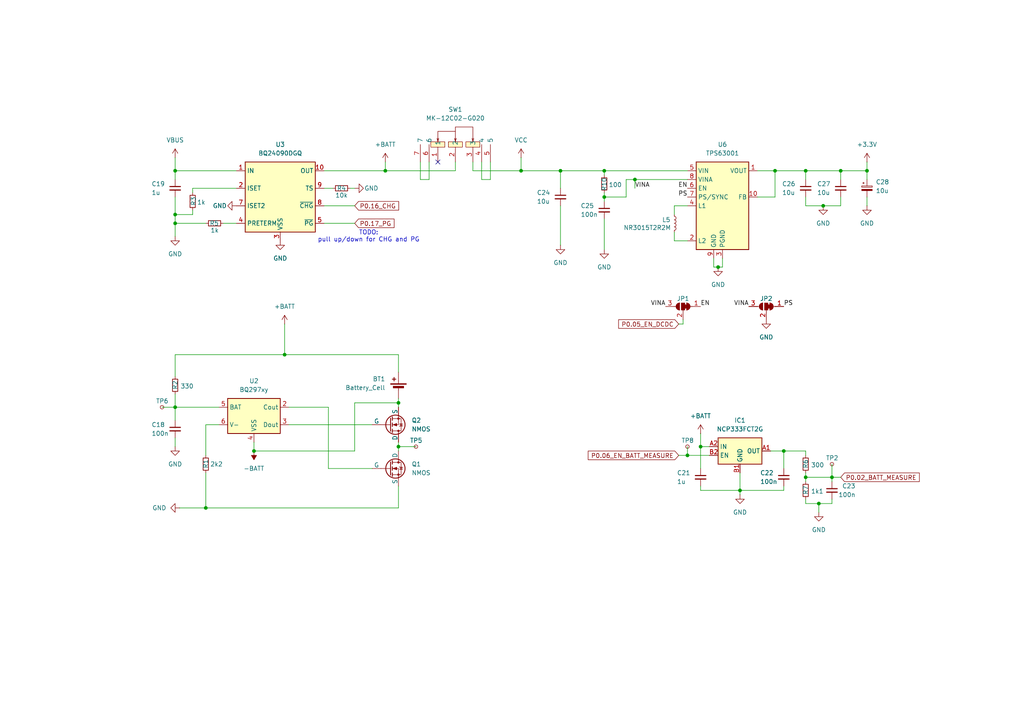
<source format=kicad_sch>
(kicad_sch (version 20231120) (generator "eeschema") (generator_version "8.0")
  (paper "A4")
  (lib_symbols
    (symbol "Battery_Management:BQ24090DGQ"
      (property "Reference" "U" (at -9.398 13.462 0))
      (property "Value" "BQ24090DGQ" (at -3.81 11.43 0))
      (symbol "BQ24090DGQ_0_1"
        (rectangle (start -10.16 10.16) (end 10.16 -10.16) (stroke (width 0.254)) (fill (type background)))
      )
      (symbol "BQ24090DGQ_1_1"
        (pin power_in line (at -12.7 7.62 0) (length 2.54) (name "IN") (number "1"))
        (pin power_out line (at 12.7 7.62 180) (length 2.54) (name "OUT") (number "10"))
        (pin passive line (at 0 -12.7 90) (length 2.54) hide (name "VSS") (number "11"))
        (pin passive line (at -12.7 2.54 0) (length 2.54) (name "ISET") (number "2"))
        (pin power_in line (at 0 -12.7 90) (length 2.54) (name "VSS") (number "3"))
        (pin passive line (at -12.7 -7.62 0) (length 2.54) (name "PRETERM") (number "4"))
        (pin open_collector line (at 12.7 -7.62 180) (length 2.54) (name "~{PG}") (number "5"))
        (pin no_connect line (at 5.08 -10.16 90) (length 2.54) hide (name "NC") (number "6"))
        (pin passive line (at -12.7 -2.54 0) (length 2.54) (name "ISET2") (number "7"))
        (pin open_collector line (at 12.7 -2.54 180) (length 2.54) (name "~{CHG}") (number "8"))
        (pin passive line (at 12.7 2.54 180) (length 2.54) (name "TS") (number "9"))
      )
    )
    (symbol "Battery_Management:BQ297xy"
      (property "Reference" "U" (at -6.35 6.35 0))
      (property "Value" "BQ297xy" (at 5.08 -6.35 0))
      (symbol "BQ297xy_0_1"
        (rectangle (start -7.62 5.08) (end 7.62 -5.08) (stroke (width 0.254)) (fill (type background)))
      )
      (symbol "BQ297xy_1_1"
        (pin no_connect line (at 7.62 0 180) (length 2.54) hide (name "NC") (number "1"))
        (pin output line (at 10.16 2.54 180) (length 2.54) (name "Cout") (number "2"))
        (pin output line (at 10.16 -2.54 180) (length 2.54) (name "Dout") (number "3"))
        (pin power_in line (at 0 -7.62 90) (length 2.54) (name "VSS") (number "4"))
        (pin input line (at -10.16 2.54 0) (length 2.54) (name "BAT") (number "5"))
        (pin input line (at -10.16 -2.54 0) (length 2.54) (name "V-") (number "6"))
      )
    )
    (symbol "Connector:TestPoint_Small" (pin_numbers hide) (pin_names (offset 0.762) hide)
      (property "Reference" "TP" (at 0 3.81 0))
      (property "Value" "TestPoint_Small" (at 0 2.032 0))
      (symbol "TestPoint_Small_0_1"
        (circle (center 0 0) (radius 0.508))
      )
      (symbol "TestPoint_Small_1_1"
        (pin passive line (at 0 0 90) (length 0) (name "1") (number "1"))
      )
    )
    (symbol "Device:Battery_Cell" (pin_numbers hide) (pin_names (offset 0) hide)
      (property "Reference" "BT" (at 2.54 2.54 0))
      (property "Value" "Battery_Cell" (at 2.54 0 0))
      (symbol "Battery_Cell_0_1"
        (rectangle (start -2.286 1.778) (end 2.286 1.524) (fill (type outline)))
        (rectangle (start -1.524 1.016) (end 1.524 0.508) (fill (type outline)))
        (polyline (pts (xy 0 0.762) (xy 0 0)))
        (polyline (pts (xy 0 1.778) (xy 0 2.54)))
        (polyline (pts (xy 0.762 3.048) (xy 1.778 3.048)) (stroke (width 0.254)))
        (polyline (pts (xy 1.27 3.556) (xy 1.27 2.54)) (stroke (width 0.254)))
      )
      (symbol "Battery_Cell_1_1"
        (pin passive line (at 0 5.08 270) (length 2.54) (name "+") (number "1"))
        (pin passive line (at 0 -2.54 90) (length 2.54) (name "-") (number "2"))
      )
    )
    (symbol "Device:C_Polarized_Small" (pin_numbers hide) (pin_names (offset 0.254) hide)
      (property "Reference" "C" (at 0.254 1.778 0))
      (property "Value" "C_Polarized_Small" (at 0.254 -2.032 0))
      (symbol "C_Polarized_Small_0_1"
        (rectangle (start -1.524 -0.3048) (end 1.524 -0.6858) (fill (type outline)))
        (rectangle (start -1.524 0.6858) (end 1.524 0.3048))
        (polyline (pts (xy -1.27 1.524) (xy -0.762 1.524)))
        (polyline (pts (xy -1.016 1.27) (xy -1.016 1.778)))
      )
      (symbol "C_Polarized_Small_1_1"
        (pin passive line (at 0 2.54 270) (length 1.8542) (name "~") (number "1"))
        (pin passive line (at 0 -2.54 90) (length 1.8542) (name "~") (number "2"))
      )
    )
    (symbol "Device:C_Small" (pin_numbers hide) (pin_names (offset 0.254) hide)
      (property "Reference" "C" (at 0.254 1.778 0))
      (property "Value" "C_Small" (at 0.254 -2.032 0))
      (symbol "C_Small_0_1"
        (polyline (pts (xy -1.524 -0.508) (xy 1.524 -0.508)) (stroke (width 0.3302)))
        (polyline (pts (xy -1.524 0.508) (xy 1.524 0.508)) (stroke (width 0.3048)))
      )
      (symbol "C_Small_1_1"
        (pin passive line (at 0 2.54 270) (length 2.032) (name "~") (number "1"))
        (pin passive line (at 0 -2.54 90) (length 2.032) (name "~") (number "2"))
      )
    )
    (symbol "Device:L_Small" (pin_numbers hide) (pin_names (offset 0.254) hide)
      (property "Reference" "L" (at 0.762 1.016 0))
      (property "Value" "L_Small" (at 0.762 -1.016 0))
      (symbol "L_Small_0_1"
        (arc (start 0 -2.032) (mid 0.5058 -1.524) (end 0 -1.016))
        (arc (start 0 -1.016) (mid 0.5058 -0.508) (end 0 0))
        (arc (start 0 0) (mid 0.5058 0.508) (end 0 1.016))
        (arc (start 0 1.016) (mid 0.5058 1.524) (end 0 2.032))
      )
      (symbol "L_Small_1_1"
        (pin passive line (at 0 2.54 270) (length 0.508) (name "~") (number "1"))
        (pin passive line (at 0 -2.54 90) (length 0.508) (name "~") (number "2"))
      )
    )
    (symbol "Device:R_Small" (pin_numbers hide) (pin_names (offset 0.254) hide)
      (property "Reference" "R" (at 0.762 0.508 0))
      (property "Value" "R_Small" (at 0.762 -1.016 0))
      (symbol "R_Small_0_1"
        (rectangle (start -0.762 1.778) (end 0.762 -1.778) (stroke (width 0.2032)))
      )
      (symbol "R_Small_1_1"
        (pin passive line (at 0 2.54 270) (length 0.762) (name "~") (number "1"))
        (pin passive line (at 0 -2.54 90) (length 0.762) (name "~") (number "2"))
      )
    )
    (symbol "G-Switch:MK-12C02-G020"
      (property "Reference" "SW" (at 0 0 0))
      (property "Value" "MK-12C02-G020" (at 0 -10.16 0))
      (symbol "MK-12C02-G020_0_1"
        (rectangle (start -7.11 0.76) (end -3.05 -0.76) (fill (type background)))
        (rectangle (start -2.03 0.76) (end 2.03 -0.76) (fill (type background)))
        (polyline (pts (xy -5.08 0.76) (xy -5.33 1.78)))
        (polyline (pts (xy 0 0.76) (xy -0.25 1.78)))
        (polyline (pts (xy 5.08 0.76) (xy 4.83 1.78)))
        (polyline (pts (xy 5.08 0.76) (xy 5.33 1.78)))
        (polyline (pts (xy 0 3.81) (xy -5.08 3.81) (xy -5.08 0.76) (xy -4.83 1.78)))
        (polyline (pts (xy 5.08 0.76) (xy 5.08 5.08) (xy 0 5.08) (xy 0 0.76) (xy 0.25 1.78)))
        (rectangle (start 3.05 0.76) (end 7.11 -0.76) (fill (type background)))
        (pin unspecified line (at -5.08 -5.08 90) (length 4.318) (name "1") (number "1"))
        (pin unspecified line (at 0 -5.08 90) (length 4.318) (name "2") (number "2"))
        (pin unspecified line (at 5.08 -5.08 90) (length 4.318) (name "3") (number "3"))
        (pin unspecified line (at 7.62 -5.08 90) (length 5.08) (name "4") (number "4"))
        (pin unspecified line (at 10.16 -5.08 90) (length 5.08) (name "5") (number "5"))
        (pin unspecified line (at -7.62 -5.08 90) (length 5.08) (name "6") (number "6"))
        (pin unspecified line (at -10.16 -5.08 90) (length 5.08) (name "7") (number "7"))
      )
    )
    (symbol "Jumper:SolderJumper_3_Bridged12" (pin_names (offset 0) hide) (exclude_from_sim yes) (in_bom no)
      (property "Reference" "JP" (at -2.54 -2.54 0))
      (property "Value" "SolderJumper_3_Bridged12" (at 0 2.794 0))
      (symbol "SolderJumper_3_Bridged12_0_1"
        (rectangle (start -1.016 0.508) (end -0.508 -0.508) (fill (type outline)))
        (arc (start -1.016 1.016) (mid -2.0276 0) (end -1.016 -1.016))
        (arc (start -1.016 1.016) (mid -2.0276 0) (end -1.016 -1.016) (fill (type outline)))
        (rectangle (start -0.508 1.016) (end 0.508 -1.016) (fill (type outline)))
        (polyline (pts (xy -2.54 0) (xy -2.032 0)))
        (polyline (pts (xy -1.016 1.016) (xy -1.016 -1.016)))
        (polyline (pts (xy 0 -1.27) (xy 0 -1.016)))
        (polyline (pts (xy 1.016 1.016) (xy 1.016 -1.016)))
        (polyline (pts (xy 2.54 0) (xy 2.032 0)))
        (arc (start 1.016 -1.016) (mid 2.0276 0) (end 1.016 1.016))
        (arc (start 1.016 -1.016) (mid 2.0276 0) (end 1.016 1.016) (fill (type outline)))
      )
      (symbol "SolderJumper_3_Bridged12_1_1"
        (pin passive line (at -5.08 0 0) (length 2.54) (name "A") (number "1"))
        (pin passive line (at 0 -3.81 90) (length 2.54) (name "C") (number "2"))
        (pin passive line (at 5.08 0 180) (length 2.54) (name "B") (number "3"))
      )
    )
    (symbol "NCP333FCT2G:NCP333FCT2G"
      (property "Reference" "IC" (at -5.08 8.89 0))
      (property "Value" "NCP333FCT2G" (at -5.08 6.35 0))
      (symbol "NCP333FCT2G_1_1"
        (rectangle (start -6.35 3.81) (end 6.35 -3.81) (stroke (width 0.254)) (fill (type background)))
        (pin power_out line (at 8.89 0 180) (length 2.54) (name "OUT") (number "A1"))
        (pin power_in line (at -8.89 1.27 0) (length 2.54) (name "IN") (number "A2"))
        (pin power_in line (at 0 -6.35 90) (length 2.54) (name "GND") (number "B1"))
        (pin input line (at -8.89 -1.27 0) (length 2.54) (name "EN") (number "B2"))
      )
    )
    (symbol "Regulator_Switching:TPS63001"
      (property "Reference" "U" (at -7.62 13.97 0))
      (property "Value" "TPS63001" (at 5.08 13.97 0))
      (symbol "TPS63001_0_1"
        (rectangle (start -7.62 12.7) (end 7.62 -12.7) (stroke (width 0.254)) (fill (type background)))
      )
      (symbol "TPS63001_1_1"
        (pin power_out line (at 10.16 10.16 180) (length 2.54) (name "VOUT") (number "1"))
        (pin input line (at 10.16 2.54 180) (length 2.54) (name "FB") (number "10"))
        (pin passive line (at 0 -15.24 90) (length 2.54) hide (name "PGND") (number "11"))
        (pin input line (at -10.16 -10.16 0) (length 2.54) (name "L2") (number "2"))
        (pin power_in line (at 0 -15.24 90) (length 2.54) (name "PGND") (number "3"))
        (pin input line (at -10.16 0 0) (length 2.54) (name "L1") (number "4"))
        (pin power_in line (at -10.16 10.16 0) (length 2.54) (name "VIN") (number "5"))
        (pin input line (at -10.16 5.08 0) (length 2.54) (name "EN") (number "6"))
        (pin input line (at -10.16 2.54 0) (length 2.54) (name "PS/SYNC") (number "7"))
        (pin power_in line (at -10.16 7.62 0) (length 2.54) (name "VINA") (number "8"))
        (pin power_in line (at -2.54 -15.24 90) (length 2.54) (name "GND") (number "9"))
      )
    )
    (symbol "Simulation_SPICE:NMOS" (pin_numbers hide) (pin_names (offset 0))
      (property "Reference" "Q" (at 5.08 1.27 0))
      (property "Value" "NMOS" (at 5.08 -1.27 0))
      (symbol "NMOS_0_1"
        (polyline (pts (xy 0.254 0) (xy -2.54 0)))
        (polyline (pts (xy 0.254 1.905) (xy 0.254 -1.905)) (stroke (width 0.254)))
        (polyline (pts (xy 0.762 -1.27) (xy 0.762 -2.286)) (stroke (width 0.254)))
        (polyline (pts (xy 0.762 0.508) (xy 0.762 -0.508)) (stroke (width 0.254)))
        (polyline (pts (xy 0.762 2.286) (xy 0.762 1.27)) (stroke (width 0.254)))
        (polyline (pts (xy 2.54 2.54) (xy 2.54 1.778)))
        (polyline (pts (xy 2.54 -2.54) (xy 2.54 0) (xy 0.762 0)))
        (polyline (pts (xy 0.762 -1.778) (xy 3.302 -1.778) (xy 3.302 1.778) (xy 0.762 1.778)))
        (polyline (pts (xy 1.016 0) (xy 2.032 0.381) (xy 2.032 -0.381) (xy 1.016 0)) (fill (type outline)))
        (polyline (pts (xy 2.794 0.508) (xy 2.921 0.381) (xy 3.683 0.381) (xy 3.81 0.254)))
        (polyline (pts (xy 3.302 0.381) (xy 2.921 -0.254) (xy 3.683 -0.254) (xy 3.302 0.381)))
        (circle (center 1.651 0) (radius 2.794) (stroke (width 0.254)))
        (circle (center 2.54 -1.778) (radius 0.254) (fill (type outline)))
        (circle (center 2.54 1.778) (radius 0.254) (fill (type outline)))
      )
      (symbol "NMOS_1_1"
        (pin passive line (at 2.54 5.08 270) (length 2.54) (name "D") (number "1"))
        (pin input line (at -5.08 0 0) (length 2.54) (name "G") (number "2"))
        (pin passive line (at 2.54 -5.08 90) (length 2.54) (name "S") (number "3"))
      )
    )
    (symbol "power:+3.3V" (power) (pin_numbers hide) (pin_names (offset 0) hide)
      (property "Value" "+3.3V" (at 0 3.556 0))
      (symbol "+3.3V_0_1"
        (polyline (pts (xy -0.762 1.27) (xy 0 2.54)))
        (polyline (pts (xy 0 0) (xy 0 2.54)))
        (polyline (pts (xy 0 2.54) (xy 0.762 1.27)))
      )
      (symbol "+3.3V_1_1"
        (pin power_in line (at 0 0 90) (length 0) (name "~") (number "1"))
      )
    )
    (symbol "power:+BATT" (power) (pin_numbers hide) (pin_names (offset 0) hide)
      (property "Value" "+BATT" (at 0 3.556 0))
      (symbol "+BATT_0_1"
        (polyline (pts (xy -0.762 1.27) (xy 0 2.54)))
        (polyline (pts (xy 0 0) (xy 0 2.54)))
        (polyline (pts (xy 0 2.54) (xy 0.762 1.27)))
      )
      (symbol "+BATT_1_1"
        (pin power_in line (at 0 0 90) (length 0) (name "~") (number "1"))
      )
    )
    (symbol "power:-BATT" (power) (pin_numbers hide) (pin_names (offset 0) hide)
      (property "Value" "-BATT" (at 0 3.556 0))
      (symbol "-BATT_0_1"
        (polyline (pts (xy 0 0) (xy 0 2.54)))
        (polyline (pts (xy 0.762 1.27) (xy -0.762 1.27) (xy 0 2.54) (xy 0.762 1.27)) (fill (type outline)))
      )
      (symbol "-BATT_1_1"
        (pin power_in line (at 0 0 90) (length 0) (name "~") (number "1"))
      )
    )
    (symbol "power:GND" (power) (pin_numbers hide) (pin_names (offset 0) hide)
      (property "Value" "GND" (at 0 -3.81 0))
      (symbol "GND_0_1"
        (polyline (pts (xy 0 0) (xy 0 -1.27) (xy 1.27 -1.27) (xy 0 -2.54) (xy -1.27 -1.27) (xy 0 -1.27)))
      )
      (symbol "GND_1_1"
        (pin power_in line (at 0 0 270) (length 0) (name "~") (number "1"))
      )
    )
    (symbol "power:VBUS" (power) (pin_numbers hide) (pin_names (offset 0) hide)
      (property "Value" "VBUS" (at 0 3.556 0))
      (symbol "VBUS_0_1"
        (polyline (pts (xy -0.762 1.27) (xy 0 2.54)))
        (polyline (pts (xy 0 0) (xy 0 2.54)))
        (polyline (pts (xy 0 2.54) (xy 0.762 1.27)))
      )
      (symbol "VBUS_1_1"
        (pin power_in line (at 0 0 90) (length 0) (name "~") (number "1"))
      )
    )
    (symbol "power:VCC" (power) (pin_numbers hide) (pin_names (offset 0) hide)
      (property "Value" "VCC" (at 0 3.556 0))
      (symbol "VCC_0_1"
        (polyline (pts (xy -0.762 1.27) (xy 0 2.54)))
        (polyline (pts (xy 0 0) (xy 0 2.54)))
        (polyline (pts (xy 0 2.54) (xy 0.762 1.27)))
      )
      (symbol "VCC_1_1"
        (pin power_in line (at 0 0 90) (length 0) (name "~") (number "1"))
      )
    )
  )
  (junction (at 115.57 129.54))
  (junction (at 238.76 59.69))
  (junction (at 151.13 49.53))
  (junction (at 115.57 116.84))
  (junction (at 111.76 49.53))
  (junction (at 50.8 49.53))
  (junction (at 184.15 52.07))
  (junction (at 233.68 138.43))
  (junction (at 227.33 130.81))
  (junction (at 50.8 62.23))
  (junction (at 224.79 49.53))
  (junction (at 237.49 146.05))
  (junction (at 251.46 49.53))
  (junction (at 50.8 118.11))
  (junction (at 162.56 49.53))
  (junction (at 241.3 138.43))
  (junction (at 214.63 142.24))
  (junction (at 73.66 130.81))
  (junction (at 203.2 129.54))
  (junction (at 175.26 49.53))
  (junction (at 175.26 57.15))
  (junction (at 208.28 77.47))
  (junction (at 233.68 49.53))
  (junction (at 82.55 102.87))
  (junction (at 59.69 147.32))
  (junction (at 50.8 64.77))
  (junction (at 243.84 49.53))
  (junction (at 199.39 132.08))
  (no_connect (at 127 46.99))
  (wire (pts (xy 195.58 69.85) (xy 199.39 69.85)))
  (wire (pts (xy 233.68 137.16) (xy 233.68 138.43)))
  (wire (pts (xy 82.55 93.98) (xy 82.55 102.87)))
  (wire (pts (xy 102.87 116.84) (xy 115.57 116.84)))
  (wire (pts (xy 68.58 49.53) (xy 50.8 49.53)))
  (wire (pts (xy 241.3 139.7) (xy 241.3 138.43)))
  (wire (pts (xy 209.55 74.93) (xy 209.55 77.47)))
  (wire (pts (xy 196.85 132.08) (xy 199.39 132.08)))
  (wire (pts (xy 227.33 130.81) (xy 233.68 130.81)))
  (wire (pts (xy 203.2 140.97) (xy 203.2 142.24)))
  (wire (pts (xy 115.57 147.32) (xy 59.69 147.32)))
  (wire (pts (xy 115.57 128.27) (xy 115.57 129.54)))
  (wire (pts (xy 50.8 49.53) (xy 50.8 52.07)))
  (wire (pts (xy 227.33 130.81) (xy 227.33 135.89)))
  (wire (pts (xy 181.61 57.15) (xy 175.26 57.15)))
  (wire (pts (xy 50.8 118.11) (xy 50.8 121.92)))
  (wire (pts (xy 55.88 60.96) (xy 55.88 62.23)))
  (wire (pts (xy 115.57 129.54) (xy 120.65 129.54)))
  (wire (pts (xy 50.8 127) (xy 50.8 129.54)))
  (wire (pts (xy 63.5 123.19) (xy 59.69 123.19)))
  (wire (pts (xy 83.82 118.11) (xy 95.25 118.11)))
  (wire (pts (xy 82.55 102.87) (xy 115.57 102.87)))
  (wire (pts (xy 95.25 135.89) (xy 107.95 135.89)))
  (wire (pts (xy 198.12 93.98) (xy 198.12 92.71)))
  (wire (pts (xy 223.52 130.81) (xy 227.33 130.81)))
  (wire (pts (xy 184.15 54.61) (xy 184.15 52.07)))
  (wire (pts (xy 50.8 102.87) (xy 82.55 102.87)))
  (wire (pts (xy 50.8 62.23) (xy 50.8 64.77)))
  (wire (pts (xy 241.3 138.43) (xy 233.68 138.43)))
  (wire (pts (xy 93.98 64.77) (xy 102.87 64.77)))
  (wire (pts (xy 195.58 59.69) (xy 195.58 62.23)))
  (wire (pts (xy 68.58 54.61) (xy 55.88 54.61)))
  (wire (pts (xy 195.58 67.31) (xy 195.58 69.85)))
  (wire (pts (xy 237.49 146.05) (xy 237.49 148.59)))
  (wire (pts (xy 224.79 57.15) (xy 224.79 49.53)))
  (wire (pts (xy 101.6 54.61) (xy 102.87 54.61)))
  (wire (pts (xy 251.46 57.15) (xy 251.46 59.69)))
  (wire (pts (xy 243.84 49.53) (xy 251.46 49.53)))
  (wire (pts (xy 205.74 129.54) (xy 203.2 129.54)))
  (wire (pts (xy 73.66 130.81) (xy 102.87 130.81)))
  (wire (pts (xy 233.68 144.78) (xy 233.68 146.05)))
  (wire (pts (xy 243.84 57.15) (xy 243.84 59.69)))
  (wire (pts (xy 214.63 142.24) (xy 214.63 143.51)))
  (wire (pts (xy 52.07 147.32) (xy 59.69 147.32)))
  (wire (pts (xy 175.26 63.5) (xy 175.26 72.39)))
  (wire (pts (xy 209.55 77.47) (xy 208.28 77.47)))
  (wire (pts (xy 115.57 115.57) (xy 115.57 116.84)))
  (wire (pts (xy 224.79 49.53) (xy 233.68 49.53)))
  (wire (pts (xy 241.3 138.43) (xy 243.84 138.43)))
  (wire (pts (xy 175.26 49.53) (xy 199.39 49.53)))
  (wire (pts (xy 132.08 49.53) (xy 111.76 49.53)))
  (wire (pts (xy 46.99 118.11) (xy 50.8 118.11)))
  (wire (pts (xy 219.71 49.53) (xy 224.79 49.53)))
  (wire (pts (xy 175.26 57.15) (xy 175.26 58.42)))
  (wire (pts (xy 199.39 59.69) (xy 195.58 59.69)))
  (wire (pts (xy 243.84 59.69) (xy 238.76 59.69)))
  (wire (pts (xy 203.2 129.54) (xy 203.2 135.89)))
  (wire (pts (xy 241.3 146.05) (xy 241.3 144.78)))
  (wire (pts (xy 137.16 46.99) (xy 137.16 49.53)))
  (wire (pts (xy 199.39 129.54) (xy 199.39 132.08)))
  (wire (pts (xy 50.8 114.3) (xy 50.8 118.11)))
  (wire (pts (xy 219.71 57.15) (xy 224.79 57.15)))
  (wire (pts (xy 243.84 49.53) (xy 243.84 52.07)))
  (wire (pts (xy 207.01 77.47) (xy 208.28 77.47)))
  (wire (pts (xy 237.49 146.05) (xy 241.3 146.05)))
  (wire (pts (xy 214.63 137.16) (xy 214.63 142.24)))
  (wire (pts (xy 50.8 102.87) (xy 50.8 109.22)))
  (wire (pts (xy 124.46 46.99) (xy 124.46 52.07)))
  (wire (pts (xy 111.76 49.53) (xy 111.76 46.99)))
  (wire (pts (xy 233.68 49.53) (xy 243.84 49.53)))
  (wire (pts (xy 55.88 54.61) (xy 55.88 55.88)))
  (wire (pts (xy 175.26 55.88) (xy 175.26 57.15)))
  (wire (pts (xy 233.68 130.81) (xy 233.68 132.08)))
  (wire (pts (xy 95.25 118.11) (xy 95.25 135.89)))
  (wire (pts (xy 233.68 59.69) (xy 238.76 59.69)))
  (wire (pts (xy 233.68 49.53) (xy 233.68 52.07)))
  (wire (pts (xy 175.26 49.53) (xy 162.56 49.53)))
  (wire (pts (xy 50.8 57.15) (xy 50.8 62.23)))
  (wire (pts (xy 151.13 45.72) (xy 151.13 49.53)))
  (wire (pts (xy 181.61 52.07) (xy 184.15 52.07)))
  (wire (pts (xy 139.7 46.99) (xy 139.7 52.07)))
  (wire (pts (xy 142.24 46.99) (xy 142.24 52.07)))
  (wire (pts (xy 50.8 118.11) (xy 63.5 118.11)))
  (wire (pts (xy 151.13 49.53) (xy 162.56 49.53)))
  (wire (pts (xy 121.92 46.99) (xy 121.92 52.07)))
  (wire (pts (xy 184.15 52.07) (xy 199.39 52.07)))
  (wire (pts (xy 115.57 107.95) (xy 115.57 102.87)))
  (wire (pts (xy 233.68 57.15) (xy 233.68 59.69)))
  (wire (pts (xy 64.77 64.77) (xy 68.58 64.77)))
  (wire (pts (xy 233.68 138.43) (xy 233.68 139.7)))
  (wire (pts (xy 50.8 64.77) (xy 59.69 64.77)))
  (wire (pts (xy 181.61 52.07) (xy 181.61 57.15)))
  (wire (pts (xy 196.85 93.98) (xy 198.12 93.98)))
  (wire (pts (xy 50.8 64.77) (xy 50.8 68.58)))
  (wire (pts (xy 251.46 46.99) (xy 251.46 49.53)))
  (wire (pts (xy 115.57 140.97) (xy 115.57 147.32)))
  (wire (pts (xy 83.82 123.19) (xy 107.95 123.19)))
  (wire (pts (xy 59.69 137.16) (xy 59.69 147.32)))
  (wire (pts (xy 137.16 49.53) (xy 151.13 49.53)))
  (wire (pts (xy 115.57 129.54) (xy 115.57 130.81)))
  (wire (pts (xy 121.92 52.07) (xy 124.46 52.07)))
  (wire (pts (xy 55.88 62.23) (xy 50.8 62.23)))
  (wire (pts (xy 102.87 130.81) (xy 102.87 116.84)))
  (wire (pts (xy 251.46 49.53) (xy 251.46 52.07)))
  (wire (pts (xy 203.2 142.24) (xy 214.63 142.24)))
  (wire (pts (xy 207.01 74.93) (xy 207.01 77.47)))
  (wire (pts (xy 162.56 49.53) (xy 162.56 54.61)))
  (wire (pts (xy 227.33 142.24) (xy 214.63 142.24)))
  (wire (pts (xy 50.8 49.53) (xy 50.8 45.72)))
  (wire (pts (xy 59.69 123.19) (xy 59.69 132.08)))
  (wire (pts (xy 132.08 46.99) (xy 132.08 49.53)))
  (wire (pts (xy 162.56 59.69) (xy 162.56 71.12)))
  (wire (pts (xy 233.68 146.05) (xy 237.49 146.05)))
  (wire (pts (xy 199.39 132.08) (xy 205.74 132.08)))
  (wire (pts (xy 203.2 129.54) (xy 203.2 125.73)))
  (wire (pts (xy 93.98 59.69) (xy 102.87 59.69)))
  (wire (pts (xy 115.57 116.84) (xy 115.57 118.11)))
  (wire (pts (xy 139.7 52.07) (xy 142.24 52.07)))
  (wire (pts (xy 227.33 140.97) (xy 227.33 142.24)))
  (wire (pts (xy 175.26 49.53) (xy 175.26 50.8)))
  (wire (pts (xy 73.66 128.27) (xy 73.66 130.81)))
  (wire (pts (xy 93.98 49.53) (xy 111.76 49.53)))
  (wire (pts (xy 241.3 134.62) (xy 241.3 138.43)))
  (wire (pts (xy 93.98 54.61) (xy 96.52 54.61)))
  (text "TODO:\npull up/down for CHG and PG" (at 106.934 68.58 0) (effects (font (size 1.27 1.27))))
  (label "EN" (at 203.2 88.9 0))
  (label "PS" (at 199.39 57.15 180))
  (label "VINA" (at 193.04 88.9 180))
  (label "PS" (at 227.33 88.9 0))
  (label "EN" (at 199.39 54.61 180))
  (label "VINA" (at 217.17 88.9 180))
  (label "VINA" (at 184.15 54.61 0))
  (global_label "P0.17_PG" (shape input) (at 102.87 64.77 0) (property "Intersheetrefs" "${INTERSHEET_REFS}" (effects (hide yes))))
  (global_label "P0.02_BATT_MEASURE" (shape input) (at 243.84 138.43 0) (property "Intersheetrefs" "${INTERSHEET_REFS}" (effects (hide yes))))
  (global_label "P0.06_EN_BATT_MEASURE" (shape input) (at 196.85 132.08 180) (property "Intersheetrefs" "${INTERSHEET_REFS}" (effects (hide yes))))
  (global_label "P0.05_EN_DCDC" (shape input) (at 196.85 93.98 180) (property "Intersheetrefs" "${INTERSHEET_REFS}" (effects (hide yes))))
  (global_label "P0.16_CHG" (shape input) (at 102.87 59.69 0) (property "Intersheetrefs" "${INTERSHEET_REFS}" (effects (hide yes))))
  (symbol (lib_id "Device:L_Small") (at 195.58 64.77 0) (unit 1)
    (property "Reference" "L5" (at 192.024 63.754 0) (effects (justify left)))
    (property "Value" "NR3015T2R2M" (at 180.848 66.04 0) (effects (justify left)))
    (property "Footprint" "Inductor_SMD:L_Taiyo-Yuden_NR-30xx" (effects (hide yes)))
    (property "Description" "Inductor, small symbol" (effects (hide yes)))
  )
  (symbol (lib_id "Device:C_Small") (at 50.8 54.61 0) (unit 1)
    (property "Reference" "C19" (at 43.942 53.34 0) (effects (justify left)))
    (property "Value" "1u" (at 43.942 55.88 0) (effects (justify left)))
    (property "Footprint" "Capacitor_SMD:C_0603_1608Metric" (effects (hide yes)))
    (property "Description" "Unpolarized capacitor, small symbol" (effects (hide yes)))
  )
  (symbol (lib_id "Device:Battery_Cell") (at 115.57 113.03 0) (mirror y) (unit 1)
    (property "Reference" "BT1" (at 111.76 109.9184 0) (effects (justify left)))
    (property "Value" "Battery_Cell" (at 111.76 112.4584 0) (effects (justify left)))
    (property "Footprint" "Connector_JST:JST_PH_S2B-PH-K_1x02_P2.00mm_Horizontal" (effects (hide yes)))
    (property "Description" "Single-cell battery" (effects (hide yes)))
  )
  (symbol (lib_id "Device:C_Polarized_Small") (at 251.46 54.61 0) (unit 1)
    (property "Reference" "C28" (at 254 52.7938 0) (effects (justify left)))
    (property "Value" "10u" (at 254 55.3338 0) (effects (justify left)))
    (property "Footprint" "Capacitor_SMD:CP_Elec_5x4.4" (effects (hide yes)))
    (property "Description" "Polarized capacitor, small symbol" (effects (hide yes)))
  )
  (symbol (lib_id "Device:R_Small") (at 62.23 64.77 90) (unit 1)
    (property "Reference" "R5" (at 63.5 64.77 90) (effects (justify left)))
    (property "Value" "1k" (at 63.5 66.802 90) (effects (justify left)))
    (property "Footprint" "Resistor_SMD:R_0402_1005Metric" (effects (hide yes)))
    (property "Description" "Resistor, small symbol" (effects (hide yes)))
  )
  (symbol (lib_id "power:GND") (at 162.56 71.12 0) (unit 1)
    (property "Reference" "#PWR044" (effects (hide yes)))
    (property "Value" "GND" (at 162.56 76.2 0))
    (property "Description" "Power symbol creates a global label with name \"GND\" , ground" (effects (hide yes)))
  )
  (symbol (lib_id "Jumper:SolderJumper_3_Bridged12") (at 222.25 88.9 0) (mirror y) (unit 1) (exclude_from_sim yes) (in_bom no)
    (property "Reference" "JP2" (at 222.25 86.614 0))
    (property "Value" "SolderJumper_3_Bridged12" (effects (hide yes)))
    (property "Footprint" "Jumper:SolderJumper-3_P1.3mm_Bridged12_RoundedPad1.0x1.5mm" (effects (hide yes)))
    (property "Description" "3-pole Solder Jumper, pins 1+2 closed/bridged" (effects (hide yes)))
  )
  (symbol (lib_id "Device:C_Small") (at 203.2 138.43 0) (unit 1)
    (property "Reference" "C21" (at 196.342 137.16 0) (effects (justify left)))
    (property "Value" "1u" (at 196.342 139.7 0) (effects (justify left)))
    (property "Footprint" "Capacitor_SMD:C_0402_1005Metric" (effects (hide yes)))
    (property "Description" "Unpolarized capacitor, small symbol" (effects (hide yes)))
  )
  (symbol (lib_id "Device:R_Small") (at 59.69 134.62 0) (unit 1)
    (property "Reference" "R1" (at 59.69 135.89 90) (effects (justify left)))
    (property "Value" "2k2" (at 60.96 134.62 0) (effects (justify left)))
    (property "Footprint" "Resistor_SMD:R_0402_1005Metric" (effects (hide yes)))
    (property "Description" "Resistor, small symbol" (effects (hide yes)))
  )
  (symbol (lib_id "power:GND") (at 52.07 147.32 270) (unit 1)
    (property "Reference" "#PWR021" (effects (hide yes)))
    (property "Value" "GND" (at 48.26 147.3199 90) (effects (justify right)))
    (property "Description" "Power symbol creates a global label with name \"GND\" , ground" (effects (hide yes)))
  )
  (symbol (lib_id "Simulation_SPICE:NMOS") (at 113.03 135.89 0) (unit 1)
    (property "Reference" "Q1" (at 119.38 134.6199 0) (effects (justify left)))
    (property "Value" "NMOS" (at 119.38 137.1599 0) (effects (justify left)))
    (property "Footprint" "Package_TO_SOT_SMD:SOT-23" (effects (hide yes)))
    (property "Datasheet" "https://ngspice.sourceforge.io/docs/ngspice-html-manual/manual.xhtml#cha_MOSFETs" (effects (hide yes)))
    (property "Description" "N-MOSFET transistor, drain/source/gate" (effects (hide yes)))
    (property "Sim.Device" "NMOS" (effects (hide yes)))
    (property "Sim.Type" "VDMOS" (effects (hide yes)))
    (property "Sim.Pins" "1=D 2=G 3=S" (effects (hide yes)))
  )
  (symbol (lib_id "Device:C_Small") (at 162.56 57.15 0) (unit 1)
    (property "Reference" "C24" (at 155.702 55.88 0) (effects (justify left)))
    (property "Value" "10u" (at 155.702 58.42 0) (effects (justify left)))
    (property "Footprint" "Capacitor_SMD:C_0603_1608Metric" (effects (hide yes)))
    (property "Description" "Unpolarized capacitor, small symbol" (effects (hide yes)))
  )
  (symbol (lib_id "Simulation_SPICE:NMOS") (at 113.03 123.19 0) (mirror x) (unit 1)
    (property "Reference" "Q2" (at 119.38 121.9199 0) (effects (justify left)))
    (property "Value" "NMOS" (at 119.38 124.4599 0) (effects (justify left)))
    (property "Footprint" "Package_TO_SOT_SMD:SOT-23" (effects (hide yes)))
    (property "Datasheet" "https://ngspice.sourceforge.io/docs/ngspice-html-manual/manual.xhtml#cha_MOSFETs" (effects (hide yes)))
    (property "Description" "N-MOSFET transistor, drain/source/gate" (effects (hide yes)))
    (property "Sim.Device" "NMOS" (effects (hide yes)))
    (property "Sim.Type" "VDMOS" (effects (hide yes)))
    (property "Sim.Pins" "1=D 2=G 3=S" (effects (hide yes)))
  )
  (symbol (lib_id "power:GND") (at 175.26 72.39 0) (unit 1)
    (property "Reference" "#PWR045" (effects (hide yes)))
    (property "Value" "GND" (at 175.26 77.47 0))
    (property "Description" "Power symbol creates a global label with name \"GND\" , ground" (effects (hide yes)))
  )
  (symbol (lib_id "power:GND") (at 50.8 68.58 0) (unit 1)
    (property "Reference" "#PWR025" (effects (hide yes)))
    (property "Value" "GND" (at 50.8 73.66 0))
    (property "Description" "Power symbol creates a global label with name \"GND\" , ground" (effects (hide yes)))
  )
  (symbol (lib_id "Connector:TestPoint_Small") (at 199.39 129.54 0) (unit 1)
    (property "Reference" "TP8" (at 197.612 127.762 0) (effects (justify left)))
    (property "Value" "TestPoint_Small" (effects (hide yes)))
    (property "Footprint" "TestPoint:TestPoint_Pad_D1.0mm" (effects (hide yes)))
    (property "Description" "test point" (effects (hide yes)))
  )
  (symbol (lib_id "Connector:TestPoint_Small") (at 46.99 118.11 0) (unit 1)
    (property "Reference" "TP6" (at 45.212 116.332 0) (effects (justify left)))
    (property "Value" "TestPoint_Small" (effects (hide yes)))
    (property "Footprint" "TestPoint:TestPoint_Pad_D1.0mm" (effects (hide yes)))
    (property "Description" "test point" (effects (hide yes)))
  )
  (symbol (lib_id "power:GND") (at 102.87 54.61 90) (unit 1)
    (property "Reference" "#PWR028" (effects (hide yes)))
    (property "Value" "GND" (at 105.664 54.61 90) (effects (justify right)))
    (property "Description" "Power symbol creates a global label with name \"GND\" , ground" (effects (hide yes)))
  )
  (symbol (lib_id "power:+BATT") (at 82.55 93.98 0) (unit 1)
    (property "Reference" "#PWR022" (effects (hide yes)))
    (property "Value" "+BATT" (at 82.55 88.9 0))
    (property "Description" "Power symbol creates a global label with name \"+BATT\"" (effects (hide yes)))
  )
  (symbol (lib_id "Regulator_Switching:TPS63001") (at 209.55 59.69 0) (unit 1)
    (property "Reference" "U6" (at 209.55 41.91 0))
    (property "Value" "TPS63001" (at 209.55 44.45 0))
    (property "Footprint" "Package_SON:Texas_DRC0010J_ThermalVias" (effects (hide yes)))
    (property "Datasheet" "http://www.ti.com/lit/ds/symlink/tps63000.pdf" (effects (hide yes)))
    (property "Description" "Buck-Boost Converter, 1.8-5.5V Input Voltage, 1.7A Switch Current, 3.3V Output Voltage, VSON-10" (effects (hide yes)))
  )
  (symbol (lib_id "power:GND") (at 237.49 148.59 0) (unit 1)
    (property "Reference" "#PWR036" (effects (hide yes)))
    (property "Value" "GND" (at 237.49 153.67 0))
    (property "Description" "Power symbol creates a global label with name \"GND\" , ground" (effects (hide yes)))
  )
  (symbol (lib_id "power:GND") (at 222.25 92.71 0) (unit 1)
    (property "Reference" "#PWR050" (effects (hide yes)))
    (property "Value" "GND" (at 222.25 97.79 0))
    (property "Description" "Power symbol creates a global label with name \"GND\" , ground" (effects (hide yes)))
  )
  (symbol (lib_id "Device:R_Small") (at 233.68 134.62 0) (unit 1)
    (property "Reference" "R6" (at 233.68 135.89 90) (effects (justify left)))
    (property "Value" "300" (at 235.204 134.874 0) (effects (justify left)))
    (property "Footprint" "Resistor_SMD:R_0402_1005Metric" (effects (hide yes)))
    (property "Description" "Resistor, small symbol" (effects (hide yes)))
  )
  (symbol (lib_id "power:VCC") (at 151.13 45.72 0) (unit 1)
    (property "Reference" "#PWR054" (effects (hide yes)))
    (property "Value" "VCC" (at 151.13 40.64 0))
    (property "Description" "Power symbol creates a global label with name \"VCC\"" (effects (hide yes)))
  )
  (symbol (lib_id "power:+BATT") (at 203.2 125.73 0) (unit 1)
    (property "Reference" "#PWR034" (effects (hide yes)))
    (property "Value" "+BATT" (at 203.2 120.65 0))
    (property "Description" "Power symbol creates a global label with name \"+BATT\"" (effects (hide yes)))
  )
  (symbol (lib_id "power:GND") (at 208.28 77.47 0) (unit 1)
    (property "Reference" "#PWR043" (effects (hide yes)))
    (property "Value" "GND" (at 208.28 82.55 0))
    (property "Description" "Power symbol creates a global label with name \"GND\" , ground" (effects (hide yes)))
  )
  (symbol (lib_id "power:VBUS") (at 50.8 45.72 0) (unit 1)
    (property "Reference" "#PWR024" (effects (hide yes)))
    (property "Value" "VBUS" (at 50.8 40.64 0))
    (property "Description" "Power symbol creates a global label with name \"VBUS\"" (effects (hide yes)))
  )
  (symbol (lib_id "Device:R_Small") (at 233.68 142.24 0) (unit 1)
    (property "Reference" "R7" (at 233.68 143.51 90) (effects (justify left)))
    (property "Value" "1k1" (at 235.204 142.494 0) (effects (justify left)))
    (property "Footprint" "Resistor_SMD:R_0402_1005Metric" (effects (hide yes)))
    (property "Description" "Resistor, small symbol" (effects (hide yes)))
  )
  (symbol (lib_id "Device:R_Small") (at 99.06 54.61 90) (unit 1)
    (property "Reference" "R4" (at 99.06 54.61 90))
    (property "Value" "10k" (at 99.06 56.642 90))
    (property "Footprint" "Resistor_SMD:R_0402_1005Metric" (effects (hide yes)))
    (property "Description" "Resistor, small symbol" (effects (hide yes)))
  )
  (symbol (lib_id "Device:C_Small") (at 50.8 124.46 0) (unit 1)
    (property "Reference" "C18" (at 43.942 123.19 0) (effects (justify left)))
    (property "Value" "100n" (at 43.942 125.73 0) (effects (justify left)))
    (property "Footprint" "Capacitor_SMD:C_0402_1005Metric" (effects (hide yes)))
    (property "Description" "Unpolarized capacitor, small symbol" (effects (hide yes)))
  )
  (symbol (lib_id "Battery_Management:BQ297xy") (at 73.66 120.65 0) (unit 1)
    (property "Reference" "U2" (at 73.66 110.49 0))
    (property "Value" "BQ297xy" (at 73.66 113.03 0))
    (property "Footprint" "Package_SON:WSON-6_1.5x1.5mm_P0.5mm" (effects (hide yes)))
    (property "Datasheet" "http://www.ti.com/lit/ds/symlink/bq2970.pdf" (effects (hide yes)))
    (property "Description" "Voltage and Current Protection for Single-Cell Li-Ion and Li-Polymer Batteries" (effects (hide yes)))
  )
  (symbol (lib_id "power:GND") (at 68.58 59.69 270) (unit 1)
    (property "Reference" "#PWR026" (effects (hide yes)))
    (property "Value" "GND" (at 65.786 59.69 90) (effects (justify right)))
    (property "Description" "Power symbol creates a global label with name \"GND\" , ground" (effects (hide yes)))
  )
  (symbol (lib_id "Connector:TestPoint_Small") (at 120.65 129.54 0) (unit 1)
    (property "Reference" "TP5" (at 118.872 127.762 0) (effects (justify left)))
    (property "Value" "TestPoint_Small" (effects (hide yes)))
    (property "Footprint" "TestPoint:TestPoint_Pad_D1.0mm" (effects (hide yes)))
    (property "Description" "test point" (effects (hide yes)))
  )
  (symbol (lib_id "G-Switch:MK-12C02-G020") (at 132.08 41.91 0) (unit 1)
    (property "Reference" "SW1" (at 132.08 31.75 0))
    (property "Value" "MK-12C02-G020" (at 132.08 34.29 0))
    (property "Footprint" "G-Switch:SW-SMD_MK-12C02-G020" (effects (hide yes)))
    (property "Datasheet" "https://lcsc.com/product-detail/Toggle-Switches_G-Switch-MK-12C02-G020_C963206.html" (effects (hide yes)))
    (property "LCSC Part" "C963206" (effects (hide yes)))
  )
  (symbol (lib_id "Device:R_Small") (at 55.88 58.42 0) (unit 1)
    (property "Reference" "R3" (at 56.134 59.69 90) (effects (justify left)))
    (property "Value" "1k" (at 57.15 58.674 0) (effects (justify left)))
    (property "Footprint" "Resistor_SMD:R_0402_1005Metric" (effects (hide yes)))
    (property "Description" "Resistor, small symbol" (effects (hide yes)))
  )
  (symbol (lib_id "Device:C_Small") (at 241.3 142.24 0) (mirror y) (unit 1)
    (property "Reference" "C23" (at 248.158 140.97 0) (effects (justify left)))
    (property "Value" "100n" (at 248.158 143.51 0) (effects (justify left)))
    (property "Footprint" "Capacitor_SMD:C_0402_1005Metric" (effects (hide yes)))
    (property "Description" "Unpolarized capacitor, small symbol" (effects (hide yes)))
  )
  (symbol (lib_id "Device:C_Small") (at 227.33 138.43 0) (unit 1)
    (property "Reference" "C22" (at 220.472 137.16 0) (effects (justify left)))
    (property "Value" "100n" (at 220.472 139.7 0) (effects (justify left)))
    (property "Footprint" "Capacitor_SMD:C_0402_1005Metric" (effects (hide yes)))
    (property "Description" "Unpolarized capacitor, small symbol" (effects (hide yes)))
  )
  (symbol (lib_id "power:-BATT") (at 73.66 130.81 180) (unit 1)
    (property "Reference" "#PWR023" (effects (hide yes)))
    (property "Value" "-BATT" (at 73.66 135.89 0))
    (property "Description" "Power symbol creates a global label with name \"-BATT\"" (effects (hide yes)))
  )
  (symbol (lib_id "Device:C_Small") (at 243.84 54.61 0) (unit 1)
    (property "Reference" "C27" (at 236.982 53.34 0) (effects (justify left)))
    (property "Value" "10u" (at 236.982 55.88 0) (effects (justify left)))
    (property "Footprint" "Capacitor_SMD:C_0603_1608Metric" (effects (hide yes)))
    (property "Description" "Unpolarized capacitor, small symbol" (effects (hide yes)))
  )
  (symbol (lib_id "Battery_Management:BQ24090DGQ") (at 81.28 57.15 0) (unit 1)
    (property "Reference" "U3" (at 81.28 41.91 0))
    (property "Value" "BQ24090DGQ" (at 81.28 44.45 0))
    (property "Footprint" "Package_SO:HVSSOP-10-1EP_3x3mm_P0.5mm_EP1.57x1.88mm_ThermalVias" (effects (hide yes)))
    (property "Datasheet" "http://www.ti.com/lit/ds/symlink/bq24090.pdf" (effects (hide yes)))
    (property "Description" "1A, Single-Input, SingleCell Li-Ion and Li-Pol BatteryCharger, HVSSOP-10" (effects (hide yes)))
  )
  (symbol (lib_id "power:GND") (at 81.28 69.85 0) (unit 1)
    (property "Reference" "#PWR037" (effects (hide yes)))
    (property "Value" "GND" (at 81.28 74.93 0))
    (property "Description" "Power symbol creates a global label with name \"GND\" , ground" (effects (hide yes)))
  )
  (symbol (lib_id "power:GND") (at 238.76 59.69 0) (unit 1)
    (property "Reference" "#PWR046" (effects (hide yes)))
    (property "Value" "GND" (at 238.76 64.77 0))
    (property "Description" "Power symbol creates a global label with name \"GND\" , ground" (effects (hide yes)))
  )
  (symbol (lib_id "Connector:TestPoint_Small") (at 241.3 134.62 0) (unit 1)
    (property "Reference" "TP2" (at 239.522 132.842 0) (effects (justify left)))
    (property "Value" "TestPoint_Small" (effects (hide yes)))
    (property "Footprint" "TestPoint:TestPoint_Pad_D1.0mm" (effects (hide yes)))
    (property "Description" "test point" (effects (hide yes)))
  )
  (symbol (lib_id "power:GND") (at 251.46 59.69 0) (unit 1)
    (property "Reference" "#PWR047" (effects (hide yes)))
    (property "Value" "GND" (at 251.46 64.77 0))
    (property "Description" "Power symbol creates a global label with name \"GND\" , ground" (effects (hide yes)))
  )
  (symbol (lib_id "Device:C_Small") (at 175.26 60.96 0) (unit 1)
    (property "Reference" "C25" (at 168.402 59.69 0) (effects (justify left)))
    (property "Value" "100n" (at 168.402 62.23 0) (effects (justify left)))
    (property "Footprint" "Capacitor_SMD:C_0603_1608Metric" (effects (hide yes)))
    (property "Description" "Unpolarized capacitor, small symbol" (effects (hide yes)))
  )
  (symbol (lib_id "Device:R_Small") (at 175.26 53.34 0) (unit 1)
    (property "Reference" "R10" (at 175.26 55.372 90) (effects (justify left)))
    (property "Value" "100" (at 176.53 53.594 0) (effects (justify left)))
    (property "Footprint" "Resistor_SMD:R_0402_1005Metric" (effects (hide yes)))
    (property "Description" "Resistor, small symbol" (effects (hide yes)))
  )
  (symbol (lib_id "power:GND") (at 214.63 143.51 0) (unit 1)
    (property "Reference" "#PWR035" (effects (hide yes)))
    (property "Value" "GND" (at 214.63 148.59 0))
    (property "Description" "Power symbol creates a global label with name \"GND\" , ground" (effects (hide yes)))
  )
  (symbol (lib_id "Device:R_Small") (at 50.8 111.76 0) (unit 1)
    (property "Reference" "R2" (at 50.8 113.03 90) (effects (justify left)))
    (property "Value" "330" (at 52.324 112.014 0) (effects (justify left)))
    (property "Footprint" "Resistor_SMD:R_0402_1005Metric" (effects (hide yes)))
    (property "Description" "Resistor, small symbol" (effects (hide yes)))
  )
  (symbol (lib_id "Device:C_Small") (at 233.68 54.61 0) (unit 1)
    (property "Reference" "C26" (at 226.822 53.34 0) (effects (justify left)))
    (property "Value" "10u" (at 226.822 55.88 0) (effects (justify left)))
    (property "Footprint" "Capacitor_SMD:C_0603_1608Metric" (effects (hide yes)))
    (property "Description" "Unpolarized capacitor, small symbol" (effects (hide yes)))
  )
  (symbol (lib_id "power:GND") (at 50.8 129.54 0) (unit 1)
    (property "Reference" "#PWR020" (effects (hide yes)))
    (property "Value" "GND" (at 50.8 134.62 0))
    (property "Description" "Power symbol creates a global label with name \"GND\" , ground" (effects (hide yes)))
  )
  (symbol (lib_id "Jumper:SolderJumper_3_Bridged12") (at 198.12 88.9 0) (mirror y) (unit 1) (exclude_from_sim yes) (in_bom no)
    (property "Reference" "JP1" (at 198.12 86.614 0))
    (property "Value" "SolderJumper_3_Bridged12" (effects (hide yes)))
    (property "Footprint" "Jumper:SolderJumper-3_P1.3mm_Bridged12_RoundedPad1.0x1.5mm" (effects (hide yes)))
    (property "Description" "3-pole Solder Jumper, pins 1+2 closed/bridged" (effects (hide yes)))
  )
  (symbol (lib_id "NCP333FCT2G:NCP333FCT2G") (at 214.63 130.81 0) (unit 1)
    (property "Reference" "IC1" (at 214.63 121.92 0))
    (property "Value" "NCP333FCT2G" (at 214.63 124.46 0))
    (property "Footprint" "BGA4C40P2X2_76X76X63" (effects (hide yes)))
    (property "Datasheet" "https://www.onsemi.com/pub/Collateral/NCP333-D.PDF" (effects (hide yes)))
    (property "Description" "ON Semiconductor NCP333FCT2G, Load Share Controller, 1.2  5.5V, 4-Pin, WLCSP" (effects (hide yes)))
    (property "Height" "0.63" (effects (hide yes)))
    (property "Manufacturer_Name" "onsemi" (effects (hide yes)))
    (property "Manufacturer_Part_Number" "NCP333FCT2G" (effects (hide yes)))
    (property "Mouser Part Number" "863-NCP333FCT2G" (effects (hide yes)))
    (property "Mouser Price/Stock" "https://www.mouser.co.uk/ProductDetail/onsemi/NCP333FCT2G?qs=72ObqG5T4UZkFQBngjp9Ww%3D%3D" (effects (hide yes)))
    (property "Arrow Part Number" "NCP333FCT2G" (effects (hide yes)))
    (property "Arrow Price/Stock" "https://www.arrow.com/en/products/ncp333fct2g/on-semiconductor?region=nac" (effects (hide yes)))
  )
  (symbol (lib_id "power:+BATT") (at 111.76 46.99 0) (unit 1)
    (property "Reference" "#PWR027" (effects (hide yes)))
    (property "Value" "+BATT" (at 111.76 41.91 0))
    (property "Description" "Power symbol creates a global label with name \"+BATT\"" (effects (hide yes)))
  )
  (symbol (lib_id "power:+3.3V") (at 251.46 46.99 0) (unit 1)
    (property "Reference" "#PWR029" (effects (hide yes)))
    (property "Value" "+3.3V" (at 251.46 41.91 0))
    (property "Description" "Power symbol creates a global label with name \"+3.3V\"" (effects (hide yes)))
  )
)
</source>
